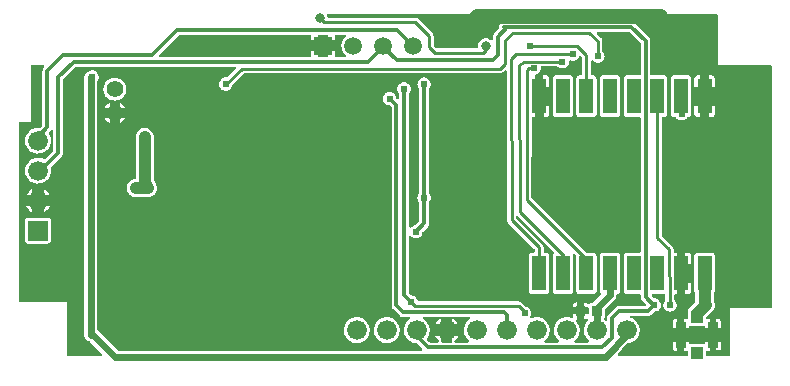
<source format=gbl>
G04 Layer: BottomLayer*
G04 EasyEDA v6.4.29, 2022-01-20 17:46:20*
G04 fb4b0ff46d504c98a6534b0bae3310fd,dc92750a051249c6af70c8c7d89aaf1b,10*
G04 Gerber Generator version 0.2*
G04 Scale: 100 percent, Rotated: No, Reflected: No *
G04 Dimensions in millimeters *
G04 leading zeros omitted , absolute positions ,4 integer and 5 decimal *
%FSLAX45Y45*%
%MOMM*%

%ADD10C,0.2540*%
%ADD11C,0.7620*%
%ADD12C,1.0160*%
%ADD17C,0.4064*%
%ADD18C,0.3048*%
%ADD19C,1.2700*%
%ADD20C,0.8128*%
%ADD21C,0.6096*%
%ADD46C,1.5080*%
%ADD47C,1.6764*%
%ADD48C,1.4224*%
%ADD49R,1.6764X1.6764*%
%ADD50R,1.1999X3.0000*%

%LPD*%
G36*
X1296873Y11879122D02*
G01*
X1292961Y11879884D01*
X1289659Y11882120D01*
X1287475Y11885371D01*
X1286713Y11889282D01*
X1287475Y11893194D01*
X1289659Y11896445D01*
X1457045Y12063831D01*
X1460347Y12066066D01*
X1464259Y12066828D01*
X2568346Y12066828D01*
X2572512Y12065965D01*
X2575915Y12063425D01*
X2578049Y12059767D01*
X2578455Y12055551D01*
X2577693Y12048794D01*
X2577693Y12018010D01*
X2634945Y12018010D01*
X2634945Y12056668D01*
X2635707Y12060580D01*
X2637891Y12063831D01*
X2641193Y12066066D01*
X2645105Y12066828D01*
X2712872Y12066828D01*
X2716784Y12066066D01*
X2720086Y12063831D01*
X2722270Y12060580D01*
X2723032Y12056668D01*
X2723032Y12018010D01*
X2780284Y12018010D01*
X2780284Y12048794D01*
X2779522Y12055551D01*
X2779979Y12059767D01*
X2782062Y12063425D01*
X2785465Y12065965D01*
X2789631Y12066828D01*
X2858516Y12066828D01*
X2862427Y12066066D01*
X2865729Y12063831D01*
X2867914Y12060478D01*
X2868676Y12056567D01*
X2867863Y12052655D01*
X2865577Y12049353D01*
X2857855Y12041886D01*
X2849473Y12031268D01*
X2842564Y12019635D01*
X2837332Y12007189D01*
X2833725Y11994134D01*
X2831947Y11980722D01*
X2831947Y11967210D01*
X2833725Y11953798D01*
X2837332Y11940743D01*
X2842564Y11928297D01*
X2849473Y11916664D01*
X2857855Y11906046D01*
X2867609Y11896598D01*
X2869895Y11893296D01*
X2870708Y11889384D01*
X2869996Y11885472D01*
X2867812Y11882120D01*
X2864459Y11879884D01*
X2860548Y11879122D01*
X2789123Y11879122D01*
X2785313Y11879834D01*
X2782112Y11881916D01*
X2779877Y11885066D01*
X2778963Y11888825D01*
X2780284Y11899138D01*
X2780284Y11929922D01*
X2723032Y11929922D01*
X2723032Y11889282D01*
X2722270Y11885371D01*
X2720086Y11882120D01*
X2716784Y11879884D01*
X2712872Y11879122D01*
X2645105Y11879122D01*
X2641193Y11879884D01*
X2637891Y11882120D01*
X2635707Y11885371D01*
X2634945Y11889282D01*
X2634945Y11929922D01*
X2577693Y11929922D01*
X2577693Y11899138D01*
X2579014Y11888825D01*
X2578100Y11885066D01*
X2575864Y11881916D01*
X2572664Y11879834D01*
X2568854Y11879122D01*
G37*

%LPD*%
G36*
X3584244Y9460128D02*
G01*
X3580333Y9460890D01*
X3577031Y9463125D01*
X3556762Y9483394D01*
X3554729Y9486290D01*
X3553815Y9489694D01*
X3554120Y9493199D01*
X3555644Y9496399D01*
X3563823Y9508083D01*
X3570325Y9520580D01*
X3575151Y9533788D01*
X3578301Y9547453D01*
X3579622Y9561474D01*
X3579215Y9575495D01*
X3576929Y9589414D01*
X3572967Y9602876D01*
X3567277Y9615728D01*
X3559962Y9627768D01*
X3551224Y9638741D01*
X3541115Y9648494D01*
X3529837Y9656927D01*
X3528263Y9657842D01*
X3524961Y9660788D01*
X3523234Y9664852D01*
X3523386Y9669272D01*
X3525418Y9673183D01*
X3528923Y9675876D01*
X3533241Y9676841D01*
X3660749Y9676841D01*
X3665067Y9675876D01*
X3668572Y9673183D01*
X3670604Y9669272D01*
X3670757Y9664852D01*
X3669029Y9660788D01*
X3665728Y9657842D01*
X3664153Y9656927D01*
X3652875Y9648494D01*
X3642766Y9638741D01*
X3634028Y9627768D01*
X3626713Y9615728D01*
X3625646Y9613239D01*
X3675735Y9613239D01*
X3675735Y9666681D01*
X3676497Y9670592D01*
X3678732Y9673844D01*
X3681984Y9676079D01*
X3685895Y9676841D01*
X3762095Y9676841D01*
X3766007Y9676079D01*
X3769258Y9673844D01*
X3771493Y9670592D01*
X3772255Y9666681D01*
X3772255Y9613239D01*
X3822344Y9613239D01*
X3821277Y9615728D01*
X3813962Y9627768D01*
X3805224Y9638741D01*
X3795115Y9648494D01*
X3783837Y9656927D01*
X3782263Y9657842D01*
X3778961Y9660788D01*
X3777234Y9664852D01*
X3777386Y9669272D01*
X3779418Y9673183D01*
X3782923Y9675876D01*
X3787241Y9676841D01*
X3914749Y9676841D01*
X3919067Y9675876D01*
X3922572Y9673183D01*
X3924604Y9669272D01*
X3924757Y9664852D01*
X3923029Y9660788D01*
X3919728Y9657842D01*
X3918153Y9656927D01*
X3906875Y9648494D01*
X3896766Y9638741D01*
X3888028Y9627768D01*
X3880713Y9615728D01*
X3875024Y9602876D01*
X3871061Y9589414D01*
X3868775Y9575495D01*
X3868369Y9561474D01*
X3869690Y9547453D01*
X3872839Y9533788D01*
X3877665Y9520580D01*
X3884168Y9508083D01*
X3892245Y9496602D01*
X3901694Y9486188D01*
X3911244Y9478010D01*
X3913784Y9474809D01*
X3914800Y9470847D01*
X3914190Y9466783D01*
X3912006Y9463278D01*
X3908653Y9460941D01*
X3904640Y9460128D01*
X3797350Y9460128D01*
X3793337Y9460941D01*
X3789984Y9463278D01*
X3787800Y9466783D01*
X3787190Y9470847D01*
X3788206Y9474809D01*
X3790746Y9478010D01*
X3800297Y9486188D01*
X3809746Y9496602D01*
X3817823Y9508083D01*
X3822293Y9516719D01*
X3772255Y9516719D01*
X3772255Y9470288D01*
X3771493Y9466376D01*
X3769258Y9463125D01*
X3766007Y9460890D01*
X3762095Y9460128D01*
X3685895Y9460128D01*
X3681984Y9460890D01*
X3678732Y9463125D01*
X3676497Y9466376D01*
X3675735Y9470288D01*
X3675735Y9516719D01*
X3625697Y9516719D01*
X3630168Y9508083D01*
X3638245Y9496602D01*
X3647694Y9486188D01*
X3657244Y9478010D01*
X3659784Y9474809D01*
X3660800Y9470847D01*
X3660190Y9466783D01*
X3658006Y9463278D01*
X3654653Y9460941D01*
X3650640Y9460128D01*
G37*

%LPD*%
G36*
X5181854Y9347200D02*
G01*
X5178094Y9347911D01*
X5174843Y9349994D01*
X5172608Y9353143D01*
X5171694Y9356902D01*
X5172252Y9360712D01*
X5174234Y9364065D01*
X5251602Y9452508D01*
X5254752Y9454946D01*
X5258612Y9455962D01*
X5262016Y9456166D01*
X5275834Y9458858D01*
X5289143Y9463278D01*
X5301843Y9469374D01*
X5313629Y9477044D01*
X5324297Y9486188D01*
X5333746Y9496602D01*
X5341823Y9508083D01*
X5348325Y9520580D01*
X5353151Y9533788D01*
X5356301Y9547453D01*
X5357622Y9561474D01*
X5357215Y9575495D01*
X5354929Y9589414D01*
X5350967Y9602876D01*
X5345277Y9615728D01*
X5337962Y9627768D01*
X5329224Y9638741D01*
X5319115Y9648494D01*
X5307838Y9656927D01*
X5295595Y9663836D01*
X5284622Y9668256D01*
X5281320Y9670440D01*
X5279085Y9673742D01*
X5278272Y9677654D01*
X5279034Y9681514D01*
X5281218Y9684867D01*
X5284520Y9687052D01*
X5288432Y9687814D01*
X5431485Y9687814D01*
X5440019Y9688677D01*
X5447741Y9691014D01*
X5454802Y9694824D01*
X5461457Y9700260D01*
X5481370Y9720173D01*
X5484266Y9722205D01*
X5487670Y9723120D01*
X5491784Y9723475D01*
X5501233Y9726015D01*
X5510174Y9730181D01*
X5518200Y9735820D01*
X5525160Y9742728D01*
X5530799Y9750806D01*
X5534914Y9759696D01*
X5537454Y9769195D01*
X5538317Y9778949D01*
X5537454Y9788753D01*
X5534914Y9798253D01*
X5530799Y9807143D01*
X5525160Y9815220D01*
X5518200Y9822129D01*
X5510174Y9827768D01*
X5501233Y9831933D01*
X5491784Y9834473D01*
X5481472Y9835388D01*
X5477967Y9836353D01*
X5475020Y9838486D01*
X5461203Y9852863D01*
X5459069Y9856216D01*
X5458409Y9860076D01*
X5459222Y9863886D01*
X5461406Y9867138D01*
X5464708Y9869322D01*
X5468569Y9870084D01*
X5563209Y9870084D01*
X5567070Y9869322D01*
X5570372Y9867138D01*
X5572556Y9863886D01*
X5573369Y9860076D01*
X5573928Y9821519D01*
X5573471Y9818420D01*
X5572099Y9815576D01*
X5566206Y9807143D01*
X5562041Y9798253D01*
X5559501Y9788753D01*
X5558637Y9778949D01*
X5559501Y9769195D01*
X5562041Y9759696D01*
X5566206Y9750806D01*
X5571845Y9742728D01*
X5578754Y9735820D01*
X5586831Y9730181D01*
X5595721Y9726015D01*
X5605221Y9723475D01*
X5615025Y9722612D01*
X5624779Y9723475D01*
X5634278Y9726015D01*
X5643168Y9730181D01*
X5651246Y9735820D01*
X5658154Y9742728D01*
X5663793Y9750806D01*
X5667959Y9759696D01*
X5670499Y9769195D01*
X5671362Y9778949D01*
X5670499Y9788753D01*
X5667959Y9798253D01*
X5663793Y9807143D01*
X5658154Y9815220D01*
X5654040Y9819284D01*
X5651906Y9822535D01*
X5651093Y9826345D01*
X5650636Y9859772D01*
X5651347Y9863683D01*
X5653532Y9867036D01*
X5656834Y9869271D01*
X5660796Y9870084D01*
X5670651Y9870084D01*
X5670651Y9964623D01*
X5659170Y9964623D01*
X5655310Y9965385D01*
X5652008Y9967569D01*
X5649823Y9970820D01*
X5649010Y9974630D01*
X5647029Y10117023D01*
X5647740Y10120934D01*
X5649925Y10124287D01*
X5653227Y10126522D01*
X5657189Y10127335D01*
X5670651Y10127335D01*
X5670651Y10221874D01*
X5655564Y10221874D01*
X5651703Y10222636D01*
X5648452Y10224820D01*
X5646216Y10228072D01*
X5645404Y10231882D01*
X5645150Y10249814D01*
X5644388Y10257231D01*
X5642152Y10264495D01*
X5638596Y10271150D01*
X5633466Y10277398D01*
X5548579Y10362285D01*
X5546394Y10365587D01*
X5545632Y10369499D01*
X5545632Y11359896D01*
X5546394Y11363807D01*
X5548579Y11367109D01*
X5551881Y11369294D01*
X5555792Y11370056D01*
X5566410Y11370056D01*
X5572760Y11370767D01*
X5578195Y11372697D01*
X5583123Y11375796D01*
X5587187Y11379860D01*
X5590286Y11384788D01*
X5592165Y11390223D01*
X5592927Y11396522D01*
X5592927Y11695430D01*
X5592165Y11701729D01*
X5590286Y11707164D01*
X5587187Y11712092D01*
X5583123Y11716156D01*
X5578195Y11719255D01*
X5572760Y11721185D01*
X5566410Y11721896D01*
X5459323Y11721896D01*
X5455412Y11722658D01*
X5452110Y11724843D01*
X5449925Y11728145D01*
X5449163Y11732056D01*
X5449163Y12015470D01*
X5448300Y12024004D01*
X5445963Y12031726D01*
X5442204Y12038736D01*
X5435955Y12046204D01*
X5314645Y12161520D01*
X5308904Y12166142D01*
X5301742Y12169952D01*
X5294020Y12172289D01*
X5285486Y12173102D01*
X4208475Y12173102D01*
X4199991Y12172289D01*
X4192270Y12169952D01*
X4185158Y12166142D01*
X4178909Y12161062D01*
X4173829Y12154814D01*
X4170019Y12147702D01*
X4167682Y12139980D01*
X4166870Y12131954D01*
X4167581Y12124994D01*
X4167022Y12120575D01*
X4164634Y12116816D01*
X4127246Y12079427D01*
X4121810Y12072823D01*
X4118051Y12065711D01*
X4115714Y12057989D01*
X4114850Y12049506D01*
X4114850Y12028271D01*
X4114139Y12024563D01*
X4112107Y12021362D01*
X4109059Y12019127D01*
X4105351Y12018162D01*
X4101592Y12018619D01*
X4098290Y12020397D01*
X4091787Y12025731D01*
X4082491Y12031065D01*
X4072483Y12034875D01*
X4062018Y12037009D01*
X4051300Y12037415D01*
X4040682Y12036145D01*
X4030421Y12033148D01*
X4020718Y12028576D01*
X4011929Y12022480D01*
X4004208Y12015063D01*
X3997756Y12006529D01*
X3992778Y11997029D01*
X3989425Y11986869D01*
X3987698Y11976303D01*
X3987647Y11959996D01*
X3985615Y11956135D01*
X3982110Y11953494D01*
X3977843Y11952579D01*
X3641191Y11952579D01*
X3637330Y11953341D01*
X3634028Y11955576D01*
X3615588Y11974017D01*
X3613353Y11977319D01*
X3612591Y11981180D01*
X3612591Y12058497D01*
X3611778Y12066524D01*
X3609594Y12073737D01*
X3606037Y12080392D01*
X3600907Y12086640D01*
X3487623Y12199924D01*
X3481425Y12205055D01*
X3474720Y12208611D01*
X3467506Y12210796D01*
X3459479Y12211558D01*
X2723591Y12211558D01*
X2719222Y12212574D01*
X2715717Y12215317D01*
X2713736Y12219330D01*
X2711043Y12230201D01*
X2710840Y12233859D01*
X2711907Y12237364D01*
X2714193Y12240260D01*
X2717292Y12242139D01*
X2720898Y12242800D01*
X6009640Y12242800D01*
X6013551Y12242038D01*
X6016802Y12239802D01*
X6019038Y12236551D01*
X6019800Y12232640D01*
X6019800Y11812016D01*
X6020816Y11811000D01*
X6466840Y11811000D01*
X6470751Y11810238D01*
X6474002Y11808002D01*
X6476238Y11804751D01*
X6477000Y11800840D01*
X6477000Y9763760D01*
X6476238Y9759848D01*
X6474002Y9756597D01*
X6470751Y9754362D01*
X6466840Y9753600D01*
X6122416Y9753600D01*
X6121400Y9752584D01*
X6121400Y9357360D01*
X6120638Y9353448D01*
X6118402Y9350197D01*
X6115151Y9347962D01*
X6111240Y9347200D01*
X5928055Y9347200D01*
X5924143Y9347962D01*
X5920841Y9350197D01*
X5918657Y9353448D01*
X5917895Y9357360D01*
X5917895Y9380169D01*
X5918606Y9383877D01*
X5920638Y9387128D01*
X5923737Y9389364D01*
X5927445Y9390278D01*
X5937554Y9389059D01*
X5951880Y9389059D01*
X5951880Y9463633D01*
X5911088Y9463633D01*
X5911088Y9459823D01*
X5910376Y9456115D01*
X5908294Y9452864D01*
X5905246Y9450628D01*
X5901537Y9449714D01*
X5891428Y9450882D01*
X5792571Y9450882D01*
X5782462Y9449714D01*
X5778754Y9450628D01*
X5775655Y9452864D01*
X5773623Y9456115D01*
X5772912Y9459823D01*
X5772912Y9463633D01*
X5732068Y9463633D01*
X5732068Y9389110D01*
X5746394Y9389110D01*
X5756554Y9390278D01*
X5760212Y9389364D01*
X5763310Y9387128D01*
X5765342Y9383877D01*
X5766054Y9380169D01*
X5766054Y9357360D01*
X5765292Y9353448D01*
X5763107Y9350197D01*
X5759805Y9347962D01*
X5755894Y9347200D01*
G37*

%LPC*%
G36*
X5847588Y11370056D02*
G01*
X5870651Y11370056D01*
X5870651Y11464645D01*
X5821121Y11464645D01*
X5821121Y11396522D01*
X5821832Y11390223D01*
X5823712Y11384788D01*
X5826810Y11379860D01*
X5830874Y11375796D01*
X5835802Y11372697D01*
X5841238Y11370767D01*
G37*
G36*
X5713018Y11342624D02*
G01*
X5722772Y11343487D01*
X5732272Y11346027D01*
X5741162Y11350193D01*
X5749239Y11355832D01*
X5756148Y11362740D01*
X5758230Y11365738D01*
X5761380Y11368633D01*
X5765495Y11370005D01*
X5772759Y11370767D01*
X5778195Y11372697D01*
X5783122Y11375796D01*
X5787186Y11379860D01*
X5790285Y11384788D01*
X5792165Y11390223D01*
X5792927Y11396522D01*
X5792927Y11695430D01*
X5792165Y11701729D01*
X5790285Y11707164D01*
X5787186Y11712092D01*
X5783122Y11716156D01*
X5778195Y11719255D01*
X5772759Y11721185D01*
X5766409Y11721896D01*
X5647588Y11721896D01*
X5641238Y11721185D01*
X5635802Y11719255D01*
X5630875Y11716156D01*
X5626811Y11712092D01*
X5623712Y11707164D01*
X5621832Y11701729D01*
X5621121Y11695430D01*
X5621121Y11396522D01*
X5621832Y11390223D01*
X5623712Y11384788D01*
X5626811Y11379860D01*
X5630875Y11375796D01*
X5635802Y11372697D01*
X5641238Y11370767D01*
X5647588Y11370056D01*
X5659424Y11370056D01*
X5662625Y11369548D01*
X5665470Y11368074D01*
X5667756Y11365738D01*
X5669838Y11362740D01*
X5676747Y11355832D01*
X5684824Y11350193D01*
X5693714Y11346027D01*
X5703214Y11343487D01*
G37*
G36*
X5743346Y10127335D02*
G01*
X5792927Y10127335D01*
X5792927Y10195407D01*
X5792165Y10201706D01*
X5790285Y10207193D01*
X5787186Y10212070D01*
X5783122Y10216184D01*
X5778195Y10219283D01*
X5772759Y10221163D01*
X5766409Y10221874D01*
X5743346Y10221874D01*
G37*
G36*
X5743346Y9870084D02*
G01*
X5766409Y9870084D01*
X5772759Y9870795D01*
X5778195Y9872675D01*
X5783122Y9875774D01*
X5787186Y9879888D01*
X5790285Y9884765D01*
X5792165Y9890252D01*
X5792927Y9896551D01*
X5792927Y9964623D01*
X5743346Y9964623D01*
G37*
G36*
X5636107Y9586366D02*
G01*
X5676900Y9586366D01*
X5676900Y9660890D01*
X5662574Y9660890D01*
X5656224Y9660178D01*
X5650788Y9658299D01*
X5645912Y9655200D01*
X5641797Y9651085D01*
X5638698Y9646208D01*
X5636818Y9640722D01*
X5636107Y9634423D01*
G37*
G36*
X5943346Y11370056D02*
G01*
X5966409Y11370056D01*
X5972759Y11370767D01*
X5978194Y11372697D01*
X5983122Y11375796D01*
X5987186Y11379860D01*
X5990285Y11384788D01*
X5992164Y11390223D01*
X5992926Y11396522D01*
X5992926Y11464645D01*
X5943346Y11464645D01*
G37*
G36*
X6007100Y9389059D02*
G01*
X6021425Y9389059D01*
X6027724Y9389770D01*
X6033211Y9391700D01*
X6038088Y9394799D01*
X6042202Y9398863D01*
X6045250Y9403791D01*
X6047181Y9409226D01*
X6047892Y9415576D01*
X6047892Y9463633D01*
X6007100Y9463633D01*
G37*
G36*
X5911088Y9586315D02*
G01*
X5951880Y9586315D01*
X5951880Y9660890D01*
X5937554Y9660890D01*
X5933744Y9660432D01*
X5929630Y9660839D01*
X5925972Y9662871D01*
X5923432Y9666122D01*
X5922467Y9670186D01*
X5923127Y9674250D01*
X5925413Y9677755D01*
X5972302Y9724644D01*
X5976315Y9728962D01*
X5979922Y9733432D01*
X5983122Y9738207D01*
X5986018Y9743135D01*
X5988507Y9748316D01*
X5990590Y9753650D01*
X5992266Y9759137D01*
X5993587Y9764725D01*
X5994400Y9770414D01*
X5994857Y9776155D01*
X5994857Y9781844D01*
X5994400Y9787585D01*
X5993587Y9793274D01*
X5992266Y9798862D01*
X5990590Y9804349D01*
X5988558Y9809530D01*
X5984849Y9816744D01*
X5983986Y9818979D01*
X5983732Y9821418D01*
X5983732Y9872167D01*
X5984494Y9876078D01*
X5990285Y9884765D01*
X5992164Y9890252D01*
X5992926Y9896551D01*
X5992926Y10195407D01*
X5992164Y10201706D01*
X5990285Y10207193D01*
X5987186Y10212070D01*
X5983122Y10216184D01*
X5978194Y10219283D01*
X5972759Y10221163D01*
X5966409Y10221874D01*
X5847588Y10221874D01*
X5841238Y10221163D01*
X5835802Y10219283D01*
X5830874Y10216184D01*
X5826810Y10212070D01*
X5823712Y10207193D01*
X5821832Y10201706D01*
X5821121Y10195407D01*
X5821121Y9896551D01*
X5821832Y9890252D01*
X5823712Y9884765D01*
X5829503Y9876078D01*
X5830316Y9872167D01*
X5830316Y9803790D01*
X5829503Y9799878D01*
X5827318Y9796576D01*
X5787745Y9757003D01*
X5784342Y9754768D01*
X5780989Y9753396D01*
X5775858Y9750196D01*
X5771794Y9746132D01*
X5768695Y9741204D01*
X5766765Y9735769D01*
X5766054Y9729419D01*
X5766003Y9712452D01*
X5765342Y9705441D01*
X5765292Y9677857D01*
X5765800Y9670694D01*
X5765139Y9666274D01*
X5762650Y9662566D01*
X5758840Y9660280D01*
X5754370Y9659874D01*
X5746343Y9660890D01*
X5732068Y9660890D01*
X5732068Y9586366D01*
X5772912Y9586366D01*
X5772912Y9590125D01*
X5773623Y9593884D01*
X5775655Y9597136D01*
X5778754Y9599371D01*
X5782462Y9600285D01*
X5792571Y9599066D01*
X5891428Y9599066D01*
X5901537Y9600285D01*
X5905246Y9599371D01*
X5908294Y9597136D01*
X5910376Y9593884D01*
X5911088Y9590176D01*
G37*
G36*
X6007100Y9586315D02*
G01*
X6047892Y9586315D01*
X6047892Y9634423D01*
X6047181Y9640722D01*
X6045250Y9646208D01*
X6042202Y9651085D01*
X6038088Y9655200D01*
X6033211Y9658248D01*
X6027724Y9660178D01*
X6021425Y9660890D01*
X6007100Y9660890D01*
G37*
G36*
X5821121Y11627307D02*
G01*
X5870651Y11627307D01*
X5870651Y11721896D01*
X5847588Y11721896D01*
X5841238Y11721185D01*
X5835802Y11719255D01*
X5830874Y11716156D01*
X5826810Y11712092D01*
X5823712Y11707164D01*
X5821832Y11701729D01*
X5821121Y11695430D01*
G37*
G36*
X5662574Y9389110D02*
G01*
X5676900Y9389110D01*
X5676900Y9463633D01*
X5636107Y9463633D01*
X5636107Y9415576D01*
X5636818Y9409277D01*
X5638698Y9403791D01*
X5641797Y9398914D01*
X5645912Y9394799D01*
X5650788Y9391700D01*
X5656224Y9389821D01*
G37*
G36*
X5943346Y11627307D02*
G01*
X5992926Y11627307D01*
X5992926Y11695430D01*
X5992164Y11701729D01*
X5990285Y11707164D01*
X5987186Y11712092D01*
X5983122Y11716156D01*
X5978194Y11719255D01*
X5972759Y11721185D01*
X5966409Y11721896D01*
X5943346Y11721896D01*
G37*

%LPD*%
G36*
X518159Y9347200D02*
G01*
X514248Y9347962D01*
X510997Y9350197D01*
X508762Y9353448D01*
X508000Y9357360D01*
X508000Y9803384D01*
X506984Y9804400D01*
X111760Y9804400D01*
X107848Y9805162D01*
X104597Y9807397D01*
X102362Y9810648D01*
X101600Y9814560D01*
X101600Y11318240D01*
X102362Y11322151D01*
X104597Y11325402D01*
X107848Y11327638D01*
X111760Y11328400D01*
X202184Y11328400D01*
X203200Y11329416D01*
X203200Y11800840D01*
X203962Y11804751D01*
X206197Y11808002D01*
X209448Y11810238D01*
X213360Y11811000D01*
X308305Y11811000D01*
X312216Y11810238D01*
X315518Y11808002D01*
X317703Y11804751D01*
X318465Y11800840D01*
X317703Y11796928D01*
X315518Y11793677D01*
X314248Y11792407D01*
X308813Y11785803D01*
X305054Y11778691D01*
X302717Y11770969D01*
X301853Y11762486D01*
X301853Y11302238D01*
X301091Y11298326D01*
X298856Y11295024D01*
X285343Y11281511D01*
X282803Y11279682D01*
X279755Y11278666D01*
X276555Y11278666D01*
X273507Y11279174D01*
X259486Y11279632D01*
X245465Y11278260D01*
X231800Y11275161D01*
X218592Y11270284D01*
X206095Y11263782D01*
X194614Y11255756D01*
X184200Y11246307D01*
X175056Y11235588D01*
X167386Y11223802D01*
X161290Y11211153D01*
X156870Y11197793D01*
X154178Y11184026D01*
X153263Y11169954D01*
X154178Y11155934D01*
X156870Y11142167D01*
X161290Y11128806D01*
X167386Y11116157D01*
X175056Y11104372D01*
X184200Y11093653D01*
X194614Y11084204D01*
X206095Y11076178D01*
X218592Y11069675D01*
X231800Y11064798D01*
X245465Y11061700D01*
X259486Y11060328D01*
X273507Y11060785D01*
X287426Y11063020D01*
X300888Y11067034D01*
X313740Y11072723D01*
X325780Y11079988D01*
X336753Y11088776D01*
X346506Y11098885D01*
X354939Y11110112D01*
X361848Y11122355D01*
X367131Y11135410D01*
X370687Y11149025D01*
X372465Y11162944D01*
X372465Y11177016D01*
X370687Y11190935D01*
X367131Y11204549D01*
X361848Y11217605D01*
X356971Y11226241D01*
X355701Y11230406D01*
X356260Y11234724D01*
X358648Y11238433D01*
X371754Y11251539D01*
X376834Y11257737D01*
X380034Y11260328D01*
X383997Y11261394D01*
X388112Y11260836D01*
X391617Y11258702D01*
X394004Y11255298D01*
X394868Y11251285D01*
X394868Y11088217D01*
X394055Y11084356D01*
X391871Y11081054D01*
X325780Y11014964D01*
X322427Y11012728D01*
X318465Y11012017D01*
X314502Y11012881D01*
X300888Y11018926D01*
X287426Y11022939D01*
X273507Y11025174D01*
X259486Y11025632D01*
X245465Y11024260D01*
X231800Y11021161D01*
X218592Y11016284D01*
X206095Y11009782D01*
X194614Y11001756D01*
X184200Y10992307D01*
X175056Y10981588D01*
X167386Y10969802D01*
X161290Y10957153D01*
X156870Y10943793D01*
X154178Y10930026D01*
X153263Y10915954D01*
X154178Y10901934D01*
X156870Y10888167D01*
X161290Y10874806D01*
X167386Y10862157D01*
X175056Y10850372D01*
X184200Y10839653D01*
X194614Y10830204D01*
X206095Y10822178D01*
X218592Y10815675D01*
X231800Y10810798D01*
X245465Y10807700D01*
X259486Y10806328D01*
X273507Y10806785D01*
X287426Y10809020D01*
X300888Y10813034D01*
X313740Y10818723D01*
X325780Y10825988D01*
X336753Y10834776D01*
X346506Y10844885D01*
X354939Y10856112D01*
X361848Y10868355D01*
X367131Y10881410D01*
X370687Y10895025D01*
X372465Y10908944D01*
X372465Y10923016D01*
X370535Y10937748D01*
X370636Y10940846D01*
X371602Y10943742D01*
X373430Y10946231D01*
X464718Y11037519D01*
X470154Y11044174D01*
X473964Y11051235D01*
X476300Y11058956D01*
X477164Y11067491D01*
X477164Y11685727D01*
X477926Y11689638D01*
X480110Y11692940D01*
X581050Y11793829D01*
X584352Y11796064D01*
X588264Y11796826D01*
X1927707Y11796826D01*
X1931619Y11796064D01*
X1934921Y11793829D01*
X1937105Y11790578D01*
X1937867Y11786666D01*
X1937105Y11782755D01*
X1934921Y11779504D01*
X1863496Y11708028D01*
X1859788Y11705691D01*
X1855419Y11705132D01*
X1853031Y11705336D01*
X1843227Y11704472D01*
X1833727Y11701932D01*
X1824837Y11697766D01*
X1816760Y11692128D01*
X1809851Y11685219D01*
X1804212Y11677142D01*
X1800047Y11668252D01*
X1797507Y11658752D01*
X1796643Y11648948D01*
X1797507Y11639194D01*
X1800047Y11629694D01*
X1804212Y11620804D01*
X1809851Y11612727D01*
X1816760Y11605818D01*
X1824837Y11600180D01*
X1833727Y11596014D01*
X1843227Y11593474D01*
X1853031Y11592610D01*
X1862785Y11593474D01*
X1872284Y11596014D01*
X1881174Y11600180D01*
X1889252Y11605818D01*
X1896160Y11612727D01*
X1901799Y11620804D01*
X1905965Y11629694D01*
X1908505Y11639194D01*
X1909521Y11644020D01*
X1911553Y11646916D01*
X2002028Y11737390D01*
X2005330Y11739575D01*
X2009190Y11740337D01*
X4174490Y11740337D01*
X4182516Y11741150D01*
X4189729Y11743334D01*
X4196435Y11746890D01*
X4202633Y11752021D01*
X4216146Y11765483D01*
X4219397Y11767718D01*
X4223308Y11768480D01*
X4227169Y11767718D01*
X4230471Y11765483D01*
X4232706Y11762181D01*
X4233468Y11758320D01*
X4234383Y10499445D01*
X4235196Y10491470D01*
X4237380Y10484256D01*
X4240936Y10477550D01*
X4246067Y10471353D01*
X4465421Y10251948D01*
X4467606Y10248646D01*
X4468418Y10244785D01*
X4468418Y10232034D01*
X4467606Y10228173D01*
X4465421Y10224871D01*
X4462119Y10222636D01*
X4458258Y10221874D01*
X4447590Y10221874D01*
X4441240Y10221163D01*
X4435805Y10219283D01*
X4430877Y10216184D01*
X4426813Y10212070D01*
X4423714Y10207193D01*
X4421835Y10201706D01*
X4421124Y10195407D01*
X4421124Y9896551D01*
X4421835Y9890252D01*
X4423714Y9884765D01*
X4426813Y9879888D01*
X4430877Y9875774D01*
X4435805Y9872675D01*
X4441240Y9870795D01*
X4447590Y9870084D01*
X4566412Y9870084D01*
X4572762Y9870795D01*
X4578197Y9872675D01*
X4583125Y9875774D01*
X4587189Y9879888D01*
X4590288Y9884765D01*
X4592167Y9890252D01*
X4592929Y9896551D01*
X4592929Y10195407D01*
X4592167Y10201706D01*
X4590288Y10207193D01*
X4587189Y10212070D01*
X4583125Y10216184D01*
X4578197Y10219283D01*
X4572762Y10221163D01*
X4566412Y10221874D01*
X4555794Y10221874D01*
X4551883Y10222636D01*
X4548581Y10224871D01*
X4546396Y10228173D01*
X4545634Y10232034D01*
X4545634Y10264495D01*
X4544822Y10272522D01*
X4542637Y10279735D01*
X4539081Y10286390D01*
X4533950Y10292638D01*
X4314545Y10512044D01*
X4312361Y10515295D01*
X4311599Y10519206D01*
X4311599Y10521289D01*
X4312361Y10525150D01*
X4314545Y10528452D01*
X4317847Y10530636D01*
X4321759Y10531449D01*
X4325620Y10530636D01*
X4328922Y10528452D01*
X4628845Y10228529D01*
X4631080Y10225227D01*
X4631842Y10221315D01*
X4631080Y10217454D01*
X4628845Y10214152D01*
X4626813Y10212070D01*
X4623714Y10207193D01*
X4621834Y10201706D01*
X4621123Y10195407D01*
X4621123Y9896551D01*
X4621834Y9890252D01*
X4623714Y9884765D01*
X4626813Y9879888D01*
X4630877Y9875774D01*
X4635804Y9872675D01*
X4641240Y9870795D01*
X4647590Y9870084D01*
X4766411Y9870084D01*
X4772761Y9870795D01*
X4778197Y9872675D01*
X4783124Y9875774D01*
X4787188Y9879888D01*
X4790287Y9884765D01*
X4792167Y9890252D01*
X4792929Y9896551D01*
X4792929Y10195407D01*
X4792472Y10199319D01*
X4792827Y10203434D01*
X4794859Y10207091D01*
X4798161Y10209580D01*
X4802174Y10210596D01*
X4806289Y10209885D01*
X4809744Y10207650D01*
X4818126Y10199268D01*
X4820310Y10195966D01*
X4821123Y10192054D01*
X4821123Y9896551D01*
X4821834Y9890252D01*
X4823714Y9884765D01*
X4826812Y9879888D01*
X4830876Y9875774D01*
X4835804Y9872675D01*
X4841240Y9870795D01*
X4847590Y9870084D01*
X4966411Y9870084D01*
X4972761Y9870795D01*
X4978196Y9872675D01*
X4983124Y9875774D01*
X4987188Y9879888D01*
X4990287Y9884765D01*
X4992166Y9890252D01*
X4992928Y9896551D01*
X4992928Y10195407D01*
X4992166Y10201706D01*
X4990287Y10207193D01*
X4987188Y10212070D01*
X4983124Y10216184D01*
X4978196Y10219283D01*
X4972761Y10221163D01*
X4966411Y10221874D01*
X4908905Y10221874D01*
X4904994Y10222636D01*
X4901692Y10224871D01*
X4444593Y10681970D01*
X4442409Y10685272D01*
X4441596Y10689183D01*
X4442206Y11359896D01*
X4443018Y11363807D01*
X4445203Y11367109D01*
X4448505Y11369294D01*
X4452366Y11370056D01*
X4470654Y11370056D01*
X4470654Y11464645D01*
X4452467Y11464645D01*
X4448606Y11465407D01*
X4445304Y11467592D01*
X4443069Y11470894D01*
X4442307Y11474805D01*
X4442460Y11617198D01*
X4443222Y11621058D01*
X4445457Y11624360D01*
X4448708Y11626545D01*
X4452620Y11627307D01*
X4470654Y11627307D01*
X4470654Y11720830D01*
X4471619Y11725148D01*
X4474260Y11728602D01*
X4478172Y11730634D01*
X4483252Y11732006D01*
X4492193Y11736171D01*
X4500219Y11741810D01*
X4507179Y11748719D01*
X4512818Y11756796D01*
X4516932Y11765686D01*
X4519472Y11775186D01*
X4520336Y11784939D01*
X4520031Y11788343D01*
X4520539Y11792458D01*
X4522673Y11796064D01*
X4526076Y11798503D01*
X4530191Y11799366D01*
X4658004Y11799366D01*
X4661865Y11798604D01*
X4665167Y11796369D01*
X4666742Y11794794D01*
X4674819Y11789156D01*
X4683709Y11785041D01*
X4693208Y11782501D01*
X4703013Y11781637D01*
X4712766Y11782501D01*
X4722266Y11785041D01*
X4731156Y11789156D01*
X4739233Y11794794D01*
X4746142Y11801754D01*
X4751781Y11809780D01*
X4755946Y11818721D01*
X4758486Y11828170D01*
X4759350Y11837974D01*
X4759604Y11843359D01*
X4761433Y11846814D01*
X4764379Y11849303D01*
X4768088Y11850522D01*
X4771948Y11850217D01*
X4782210Y11847474D01*
X4792014Y11846610D01*
X4801768Y11847474D01*
X4811268Y11850014D01*
X4820158Y11854180D01*
X4828235Y11859818D01*
X4835144Y11866727D01*
X4840782Y11874804D01*
X4844135Y11881967D01*
X4846421Y11885117D01*
X4849672Y11887149D01*
X4853533Y11887809D01*
X4857292Y11886996D01*
X4860544Y11884863D01*
X4865471Y11879884D01*
X4867656Y11876633D01*
X4868418Y11872722D01*
X4868722Y11732056D01*
X4867960Y11728196D01*
X4865776Y11724843D01*
X4862474Y11722658D01*
X4858562Y11721896D01*
X4847590Y11721896D01*
X4841240Y11721185D01*
X4835804Y11719255D01*
X4830876Y11716156D01*
X4826812Y11712092D01*
X4823714Y11707164D01*
X4821834Y11701729D01*
X4821123Y11695430D01*
X4821123Y11396522D01*
X4821834Y11390223D01*
X4823714Y11384788D01*
X4826812Y11379860D01*
X4830876Y11375796D01*
X4835804Y11372697D01*
X4841240Y11370767D01*
X4847590Y11370056D01*
X4966411Y11370056D01*
X4972761Y11370767D01*
X4978196Y11372697D01*
X4983124Y11375796D01*
X4987188Y11379860D01*
X4990287Y11384788D01*
X4992166Y11390223D01*
X4992928Y11396522D01*
X4992928Y11695430D01*
X4992166Y11701729D01*
X4990287Y11707164D01*
X4987188Y11712092D01*
X4983124Y11716156D01*
X4978196Y11719255D01*
X4972761Y11721185D01*
X4966411Y11721896D01*
X4956098Y11721896D01*
X4952238Y11722658D01*
X4948936Y11724843D01*
X4946751Y11728145D01*
X4945938Y11732006D01*
X4945735Y11840311D01*
X4946497Y11844172D01*
X4948682Y11847474D01*
X4951984Y11849709D01*
X4955895Y11850471D01*
X4959756Y11849709D01*
X4963058Y11847525D01*
X4967732Y11842800D01*
X4975809Y11837162D01*
X4984699Y11833047D01*
X4994198Y11830507D01*
X5004003Y11829643D01*
X5013756Y11830507D01*
X5023256Y11833047D01*
X5032146Y11837162D01*
X5040223Y11842800D01*
X5047132Y11849760D01*
X5052771Y11857786D01*
X5056936Y11866727D01*
X5059476Y11876176D01*
X5060340Y11885980D01*
X5059476Y11895785D01*
X5056936Y11905234D01*
X5052771Y11914174D01*
X5047132Y11922201D01*
X5045202Y11924131D01*
X5043017Y11927382D01*
X5042255Y11931243D01*
X5041595Y12012777D01*
X5040833Y12020499D01*
X5038598Y12027763D01*
X5035042Y12034418D01*
X5029911Y12040616D01*
X4997094Y12073483D01*
X4994859Y12076785D01*
X4994097Y12080646D01*
X4994859Y12084558D01*
X4997043Y12087860D01*
X5000345Y12090044D01*
X5004257Y12090806D01*
X5265470Y12090806D01*
X5269280Y12090095D01*
X5272481Y12088012D01*
X5363667Y12001347D01*
X5366004Y11997994D01*
X5366867Y11993981D01*
X5366867Y11732056D01*
X5366054Y11728145D01*
X5363870Y11724843D01*
X5360568Y11722658D01*
X5356707Y11721896D01*
X5247589Y11721896D01*
X5241239Y11721185D01*
X5235803Y11719255D01*
X5230876Y11716156D01*
X5226812Y11712092D01*
X5223713Y11707164D01*
X5221833Y11701729D01*
X5221122Y11695430D01*
X5221122Y11396522D01*
X5221833Y11390223D01*
X5223713Y11384788D01*
X5226812Y11379860D01*
X5230876Y11375796D01*
X5235803Y11372697D01*
X5241239Y11370767D01*
X5247589Y11370056D01*
X5356707Y11370056D01*
X5360568Y11369294D01*
X5363870Y11367109D01*
X5366054Y11363807D01*
X5366867Y11359896D01*
X5366867Y10232034D01*
X5366054Y10228173D01*
X5363870Y10224871D01*
X5360568Y10222636D01*
X5356707Y10221874D01*
X5247589Y10221874D01*
X5241239Y10221163D01*
X5235803Y10219283D01*
X5230876Y10216184D01*
X5226812Y10212070D01*
X5223713Y10207193D01*
X5221833Y10201706D01*
X5221122Y10195407D01*
X5221122Y9896551D01*
X5221833Y9890252D01*
X5223713Y9884765D01*
X5226812Y9879888D01*
X5230876Y9875774D01*
X5235803Y9872675D01*
X5241239Y9870795D01*
X5247589Y9870084D01*
X5356707Y9870084D01*
X5360568Y9869322D01*
X5363870Y9867087D01*
X5366054Y9863785D01*
X5366867Y9859924D01*
X5366867Y9849408D01*
X5367477Y9841890D01*
X5369661Y9834067D01*
X5373319Y9826904D01*
X5378602Y9820148D01*
X5410047Y9787331D01*
X5412181Y9784029D01*
X5412841Y9780168D01*
X5412028Y9776307D01*
X5409844Y9773056D01*
X5406542Y9770872D01*
X5402732Y9770110D01*
X5183479Y9770110D01*
X5174996Y9769297D01*
X5167274Y9766960D01*
X5160162Y9763150D01*
X5153558Y9757714D01*
X5094274Y9698431D01*
X5088839Y9691827D01*
X5085029Y9684715D01*
X5083200Y9678720D01*
X5081828Y9676180D01*
X5082235Y9672370D01*
X5081879Y9668510D01*
X5081879Y9656267D01*
X5080863Y9651949D01*
X5078120Y9648393D01*
X5074158Y9646412D01*
X5069687Y9646310D01*
X5065623Y9648139D01*
X5059680Y9652558D01*
X5057140Y9655302D01*
X5055768Y9658858D01*
X5055819Y9662617D01*
X5057190Y9666122D01*
X5060899Y9671964D01*
X5062524Y9676739D01*
X5063794Y9678822D01*
X5063490Y9683750D01*
X5063490Y9735566D01*
X5064252Y9739426D01*
X5066487Y9742728D01*
X5142687Y9818928D01*
X5146192Y9822789D01*
X5149189Y9826650D01*
X5151831Y9830816D01*
X5154066Y9835134D01*
X5155996Y9839756D01*
X5157419Y9844379D01*
X5158536Y9849256D01*
X5159146Y9854031D01*
X5159400Y9860584D01*
X5160162Y9864090D01*
X5162092Y9867087D01*
X5164937Y9869271D01*
X5168392Y9870287D01*
X5172760Y9870795D01*
X5178196Y9872675D01*
X5183124Y9875774D01*
X5187188Y9879888D01*
X5190286Y9884765D01*
X5192166Y9890252D01*
X5192928Y9896551D01*
X5192928Y10195407D01*
X5192166Y10201706D01*
X5190286Y10207193D01*
X5187188Y10212070D01*
X5183124Y10216184D01*
X5178196Y10219283D01*
X5172760Y10221163D01*
X5166410Y10221874D01*
X5047589Y10221874D01*
X5041239Y10221163D01*
X5035804Y10219283D01*
X5030876Y10216184D01*
X5026812Y10212070D01*
X5023713Y10207193D01*
X5021834Y10201706D01*
X5021122Y10195407D01*
X5021122Y9896551D01*
X5021834Y9890252D01*
X5023713Y9884765D01*
X5026812Y9879888D01*
X5028285Y9878364D01*
X5030470Y9875113D01*
X5031232Y9871202D01*
X5030470Y9867341D01*
X5028285Y9864039D01*
X4966360Y9802063D01*
X4963058Y9799878D01*
X4951831Y9798405D01*
X4946396Y9796475D01*
X4941468Y9793427D01*
X4937404Y9789312D01*
X4936185Y9787432D01*
X4933391Y9784486D01*
X4929632Y9782860D01*
X4925568Y9782860D01*
X4921808Y9784486D01*
X4919014Y9787432D01*
X4917795Y9789312D01*
X4913731Y9793427D01*
X4908804Y9796475D01*
X4903368Y9798405D01*
X4897018Y9799116D01*
X4883962Y9799116D01*
X4883962Y9757054D01*
X4921504Y9757054D01*
X4925415Y9756292D01*
X4928717Y9754057D01*
X4930902Y9750755D01*
X4931664Y9746894D01*
X4931664Y9709505D01*
X4930902Y9705644D01*
X4928717Y9702342D01*
X4925415Y9700107D01*
X4921504Y9699345D01*
X4883962Y9699345D01*
X4883962Y9657283D01*
X4897018Y9657283D01*
X4903368Y9657994D01*
X4905654Y9658807D01*
X4909515Y9659366D01*
X4913325Y9658400D01*
X4916474Y9656114D01*
X4918506Y9652812D01*
X4919167Y9648952D01*
X4918303Y9645142D01*
X4916068Y9641941D01*
X4912766Y9638741D01*
X4904028Y9627768D01*
X4896713Y9615728D01*
X4891024Y9602876D01*
X4887061Y9589414D01*
X4884775Y9575495D01*
X4884369Y9561474D01*
X4885690Y9547453D01*
X4888839Y9533788D01*
X4893665Y9520580D01*
X4900168Y9508083D01*
X4908245Y9496602D01*
X4917694Y9486188D01*
X4927244Y9478010D01*
X4929784Y9474809D01*
X4930800Y9470847D01*
X4930190Y9466783D01*
X4928006Y9463278D01*
X4924653Y9460941D01*
X4920640Y9460128D01*
X4813350Y9460128D01*
X4809337Y9460941D01*
X4805984Y9463278D01*
X4803800Y9466783D01*
X4803190Y9470847D01*
X4804206Y9474809D01*
X4806746Y9478010D01*
X4816297Y9486188D01*
X4825746Y9496602D01*
X4833823Y9508083D01*
X4840325Y9520580D01*
X4845151Y9533788D01*
X4848301Y9547453D01*
X4849622Y9561474D01*
X4849215Y9575495D01*
X4846929Y9589414D01*
X4842967Y9602876D01*
X4837277Y9615728D01*
X4829962Y9627768D01*
X4817821Y9643110D01*
X4817008Y9647021D01*
X4817719Y9650933D01*
X4819904Y9654286D01*
X4823206Y9656521D01*
X4827168Y9657283D01*
X4831232Y9657283D01*
X4831232Y9699345D01*
X4791710Y9699345D01*
X4791710Y9683750D01*
X4792319Y9678111D01*
X4791964Y9673945D01*
X4789932Y9670288D01*
X4786579Y9667748D01*
X4782515Y9666782D01*
X4778451Y9667544D01*
X4774590Y9669119D01*
X4760976Y9672675D01*
X4747006Y9674453D01*
X4732985Y9674453D01*
X4719015Y9672675D01*
X4705400Y9669119D01*
X4692396Y9663836D01*
X4680153Y9656927D01*
X4668875Y9648494D01*
X4658766Y9638741D01*
X4650028Y9627768D01*
X4642713Y9615728D01*
X4637024Y9602876D01*
X4633061Y9589414D01*
X4630775Y9575495D01*
X4630369Y9561474D01*
X4631690Y9547453D01*
X4634839Y9533788D01*
X4639665Y9520580D01*
X4646168Y9508083D01*
X4654245Y9496602D01*
X4663694Y9486188D01*
X4673244Y9478010D01*
X4675784Y9474809D01*
X4676800Y9470847D01*
X4676190Y9466783D01*
X4674006Y9463278D01*
X4670653Y9460941D01*
X4666640Y9460128D01*
X4559350Y9460128D01*
X4555337Y9460941D01*
X4551984Y9463278D01*
X4549800Y9466783D01*
X4549190Y9470847D01*
X4550206Y9474809D01*
X4552746Y9478010D01*
X4562297Y9486188D01*
X4571746Y9496602D01*
X4579823Y9508083D01*
X4586325Y9520580D01*
X4591151Y9533788D01*
X4594301Y9547453D01*
X4595622Y9561474D01*
X4595215Y9575495D01*
X4592929Y9589414D01*
X4588967Y9602876D01*
X4583277Y9615728D01*
X4575962Y9627768D01*
X4567224Y9638741D01*
X4557115Y9648494D01*
X4545838Y9656927D01*
X4533595Y9663836D01*
X4520590Y9669119D01*
X4506976Y9672675D01*
X4493006Y9674453D01*
X4478985Y9674453D01*
X4465015Y9672675D01*
X4451400Y9669119D01*
X4444441Y9666274D01*
X4440478Y9665563D01*
X4436567Y9666376D01*
X4433265Y9668713D01*
X4431131Y9672116D01*
X4430471Y9676079D01*
X4431436Y9679990D01*
X4435957Y9689693D01*
X4438497Y9699193D01*
X4439361Y9708946D01*
X4438497Y9718751D01*
X4435957Y9728250D01*
X4431792Y9737140D01*
X4426153Y9745218D01*
X4419244Y9752126D01*
X4411167Y9757765D01*
X4402277Y9761931D01*
X4394504Y9764014D01*
X4392066Y9765030D01*
X4389932Y9766655D01*
X4360621Y9795916D01*
X4354423Y9801047D01*
X4347718Y9804603D01*
X4340504Y9806787D01*
X4332478Y9807600D01*
X3489401Y9807600D01*
X3485083Y9808565D01*
X3481628Y9811207D01*
X3479596Y9815118D01*
X3477920Y9821265D01*
X3473805Y9830155D01*
X3468166Y9838232D01*
X3461207Y9845141D01*
X3453180Y9850780D01*
X3444240Y9854946D01*
X3434791Y9857486D01*
X3430676Y9857841D01*
X3427272Y9858756D01*
X3424377Y9860788D01*
X3407105Y9878060D01*
X3404920Y9881362D01*
X3404158Y9885222D01*
X3404158Y10353903D01*
X3404920Y10357815D01*
X3407105Y10361117D01*
X3410407Y10363301D01*
X3414318Y10364063D01*
X3418179Y10363301D01*
X3421481Y10361117D01*
X3426764Y10355834D01*
X3434791Y10350195D01*
X3443732Y10346029D01*
X3453180Y10343489D01*
X3462985Y10342626D01*
X3472789Y10343489D01*
X3482238Y10346029D01*
X3491179Y10350195D01*
X3499205Y10355834D01*
X3506165Y10362742D01*
X3511804Y10370820D01*
X3515918Y10379710D01*
X3518458Y10389209D01*
X3518814Y10393273D01*
X3519728Y10396677D01*
X3521760Y10399572D01*
X3563721Y10441533D01*
X3569157Y10448137D01*
X3572967Y10455249D01*
X3575304Y10462971D01*
X3576167Y10471454D01*
X3576167Y10648543D01*
X3576624Y10651591D01*
X3577996Y10654385D01*
X3581806Y10659821D01*
X3585921Y10668711D01*
X3588461Y10678210D01*
X3589324Y10687964D01*
X3588461Y10697768D01*
X3585921Y10707268D01*
X3581806Y10716158D01*
X3575964Y10724489D01*
X3574592Y10727232D01*
X3574135Y10730280D01*
X3574135Y11606682D01*
X3574592Y11609730D01*
X3575964Y11612473D01*
X3581806Y11620804D01*
X3585921Y11629694D01*
X3588461Y11639194D01*
X3589324Y11648948D01*
X3588461Y11658752D01*
X3585921Y11668252D01*
X3581806Y11677142D01*
X3576167Y11685219D01*
X3569208Y11692128D01*
X3561181Y11697766D01*
X3552240Y11701932D01*
X3542792Y11704472D01*
X3532987Y11705336D01*
X3523183Y11704472D01*
X3513734Y11701932D01*
X3504793Y11697766D01*
X3496767Y11692128D01*
X3489807Y11685219D01*
X3484168Y11677142D01*
X3480054Y11668252D01*
X3477514Y11658752D01*
X3476650Y11648948D01*
X3477514Y11639194D01*
X3480054Y11629694D01*
X3484168Y11620804D01*
X3490010Y11612473D01*
X3491382Y11609730D01*
X3491839Y11606682D01*
X3491839Y10730280D01*
X3491382Y10727232D01*
X3490010Y10724489D01*
X3484168Y10716158D01*
X3480054Y10707268D01*
X3477514Y10697768D01*
X3476650Y10687964D01*
X3477514Y10678210D01*
X3480054Y10668711D01*
X3484168Y10659821D01*
X3493058Y10647426D01*
X3493871Y10643514D01*
X3493871Y10492232D01*
X3493058Y10488320D01*
X3490874Y10485069D01*
X3463594Y10457789D01*
X3460699Y10455757D01*
X3457295Y10454843D01*
X3453180Y10454487D01*
X3443732Y10451947D01*
X3434791Y10447782D01*
X3426764Y10442143D01*
X3421481Y10436860D01*
X3418179Y10434675D01*
X3414318Y10433913D01*
X3410407Y10434675D01*
X3407105Y10436860D01*
X3404920Y10440162D01*
X3404158Y10444073D01*
X3404158Y11566652D01*
X3404615Y11569700D01*
X3405987Y11572494D01*
X3411778Y11580774D01*
X3415944Y11589715D01*
X3418484Y11599164D01*
X3419348Y11608968D01*
X3418484Y11618772D01*
X3415944Y11628221D01*
X3411778Y11637162D01*
X3406140Y11645188D01*
X3399231Y11652148D01*
X3391154Y11657787D01*
X3382264Y11661902D01*
X3372764Y11664442D01*
X3363010Y11665305D01*
X3353206Y11664442D01*
X3343706Y11661902D01*
X3334816Y11657787D01*
X3326739Y11652148D01*
X3319830Y11645188D01*
X3314192Y11637162D01*
X3310026Y11628221D01*
X3307486Y11618772D01*
X3306622Y11608968D01*
X3307486Y11599164D01*
X3310026Y11589715D01*
X3314192Y11580774D01*
X3319983Y11572494D01*
X3321354Y11569700D01*
X3321862Y11566652D01*
X3321862Y11527840D01*
X3321050Y11523980D01*
X3318865Y11520678D01*
X3315563Y11518493D01*
X3311702Y11517680D01*
X3307791Y11518493D01*
X3304489Y11520678D01*
X3299764Y11525402D01*
X3297732Y11528298D01*
X3296818Y11531701D01*
X3296462Y11535765D01*
X3293922Y11545265D01*
X3289808Y11554155D01*
X3284169Y11562232D01*
X3277209Y11569141D01*
X3269183Y11574780D01*
X3260242Y11578945D01*
X3250793Y11581485D01*
X3240989Y11582349D01*
X3231184Y11581485D01*
X3221736Y11578945D01*
X3212795Y11574780D01*
X3204768Y11569141D01*
X3197809Y11562232D01*
X3192170Y11554155D01*
X3188055Y11545265D01*
X3185515Y11535765D01*
X3184652Y11525961D01*
X3185515Y11516207D01*
X3188055Y11506708D01*
X3192170Y11497818D01*
X3197809Y11489740D01*
X3204768Y11482832D01*
X3212795Y11477193D01*
X3221736Y11473027D01*
X3231184Y11470487D01*
X3235299Y11470132D01*
X3238703Y11469217D01*
X3241598Y11467185D01*
X3254857Y11453926D01*
X3257092Y11450624D01*
X3257854Y11446713D01*
X3257854Y9774478D01*
X3258718Y9765944D01*
X3261055Y9758222D01*
X3264814Y9751161D01*
X3270250Y9744506D01*
X3325520Y9689236D01*
X3332175Y9683800D01*
X3339236Y9680041D01*
X3346958Y9677704D01*
X3355492Y9676841D01*
X3406749Y9676841D01*
X3411067Y9675876D01*
X3414572Y9673183D01*
X3416604Y9669272D01*
X3416757Y9664852D01*
X3415029Y9660788D01*
X3411728Y9657842D01*
X3410153Y9656927D01*
X3398875Y9648494D01*
X3388766Y9638741D01*
X3380028Y9627768D01*
X3372713Y9615728D01*
X3367024Y9602876D01*
X3363061Y9589414D01*
X3360775Y9575495D01*
X3360369Y9561474D01*
X3361690Y9547453D01*
X3364839Y9533788D01*
X3369665Y9520580D01*
X3376168Y9508083D01*
X3384245Y9496602D01*
X3393694Y9486188D01*
X3404362Y9477044D01*
X3416147Y9469374D01*
X3428847Y9463278D01*
X3442157Y9458858D01*
X3455974Y9456166D01*
X3464560Y9455607D01*
X3468115Y9454743D01*
X3471113Y9452660D01*
X3516071Y9407702D01*
X3518255Y9404451D01*
X3519017Y9400540D01*
X3518255Y9396628D01*
X3516071Y9393377D01*
X3512769Y9391142D01*
X3508857Y9390380D01*
X945591Y9390380D01*
X941679Y9391142D01*
X938377Y9393377D01*
X770585Y9561169D01*
X768350Y9564471D01*
X767588Y9568383D01*
X767588Y11671554D01*
X768045Y11674602D01*
X769416Y11677396D01*
X771804Y11680799D01*
X775970Y11689689D01*
X778510Y11699189D01*
X779373Y11708942D01*
X778510Y11718747D01*
X775970Y11728246D01*
X771804Y11737136D01*
X766165Y11745214D01*
X759256Y11752122D01*
X751179Y11757761D01*
X742289Y11761927D01*
X732790Y11764467D01*
X723036Y11765330D01*
X713232Y11764467D01*
X703732Y11761927D01*
X698754Y11759742D01*
X691946Y11757914D01*
X683006Y11753799D01*
X674979Y11748160D01*
X668020Y11741200D01*
X662381Y11733174D01*
X658266Y11724233D01*
X655726Y11714784D01*
X654812Y11704523D01*
X654812Y9525457D01*
X655726Y9515195D01*
X658266Y9505746D01*
X662381Y9496806D01*
X668020Y9488779D01*
X674979Y9481820D01*
X683006Y9476181D01*
X691946Y9472066D01*
X700582Y9469729D01*
X703072Y9468713D01*
X705154Y9467088D01*
X807720Y9364522D01*
X809904Y9361271D01*
X810666Y9357360D01*
X809904Y9353448D01*
X807720Y9350197D01*
X804418Y9347962D01*
X800506Y9347200D01*
G37*

%LPC*%
G36*
X164693Y10710214D02*
G01*
X214731Y10710214D01*
X214731Y10760303D01*
X206095Y10755782D01*
X194614Y10747756D01*
X184200Y10738307D01*
X175056Y10727588D01*
X167386Y10715802D01*
G37*
G36*
X4543348Y11627307D02*
G01*
X4592929Y11627307D01*
X4592929Y11695430D01*
X4592167Y11701729D01*
X4590288Y11707164D01*
X4587189Y11712092D01*
X4583125Y11716156D01*
X4578197Y11719255D01*
X4572762Y11721185D01*
X4566412Y11721896D01*
X4543348Y11721896D01*
G37*
G36*
X2961995Y9455251D02*
G01*
X2976016Y9456166D01*
X2989834Y9458858D01*
X3003143Y9463278D01*
X3015843Y9469374D01*
X3027629Y9477044D01*
X3038297Y9486188D01*
X3047746Y9496602D01*
X3055823Y9508083D01*
X3062325Y9520580D01*
X3067151Y9533788D01*
X3070301Y9547453D01*
X3071622Y9561474D01*
X3071215Y9575495D01*
X3068929Y9589414D01*
X3064967Y9602876D01*
X3059277Y9615728D01*
X3051962Y9627768D01*
X3043224Y9638741D01*
X3033115Y9648494D01*
X3021838Y9656927D01*
X3009595Y9663836D01*
X2996590Y9669119D01*
X2982976Y9672675D01*
X2969006Y9674453D01*
X2954985Y9674453D01*
X2941015Y9672675D01*
X2927400Y9669119D01*
X2914396Y9663836D01*
X2902153Y9656927D01*
X2890875Y9648494D01*
X2880766Y9638741D01*
X2872028Y9627768D01*
X2864713Y9615728D01*
X2859024Y9602876D01*
X2855061Y9589414D01*
X2852775Y9575495D01*
X2852369Y9561474D01*
X2853690Y9547453D01*
X2856839Y9533788D01*
X2861665Y9520580D01*
X2868168Y9508083D01*
X2876245Y9496602D01*
X2885694Y9486188D01*
X2896362Y9477044D01*
X2908147Y9469374D01*
X2920847Y9463278D01*
X2934157Y9458858D01*
X2947974Y9456166D01*
G37*
G36*
X3215995Y9455251D02*
G01*
X3230016Y9456166D01*
X3243834Y9458858D01*
X3257143Y9463278D01*
X3269843Y9469374D01*
X3281629Y9477044D01*
X3292297Y9486188D01*
X3301746Y9496602D01*
X3309823Y9508083D01*
X3316325Y9520580D01*
X3321151Y9533788D01*
X3324301Y9547453D01*
X3325622Y9561474D01*
X3325215Y9575495D01*
X3322929Y9589414D01*
X3318967Y9602876D01*
X3313277Y9615728D01*
X3305962Y9627768D01*
X3297224Y9638741D01*
X3287115Y9648494D01*
X3275838Y9656927D01*
X3263595Y9663836D01*
X3250590Y9669119D01*
X3236976Y9672675D01*
X3223006Y9674453D01*
X3208985Y9674453D01*
X3195015Y9672675D01*
X3181400Y9669119D01*
X3168396Y9663836D01*
X3156153Y9656927D01*
X3144875Y9648494D01*
X3134766Y9638741D01*
X3126028Y9627768D01*
X3118713Y9615728D01*
X3113024Y9602876D01*
X3109061Y9589414D01*
X3106775Y9575495D01*
X3106369Y9561474D01*
X3107690Y9547453D01*
X3110839Y9533788D01*
X3115665Y9520580D01*
X3122168Y9508083D01*
X3130245Y9496602D01*
X3139694Y9486188D01*
X3150362Y9477044D01*
X3162147Y9469374D01*
X3174847Y9463278D01*
X3188157Y9458858D01*
X3201974Y9456166D01*
G37*
G36*
X914400Y11509197D02*
G01*
X927608Y11510111D01*
X940562Y11512804D01*
X942746Y11513566D01*
X946200Y11514074D01*
X948944Y11515750D01*
X953058Y11517223D01*
X964793Y11523319D01*
X975614Y11530939D01*
X985316Y11539982D01*
X993648Y11550243D01*
X1000506Y11561572D01*
X1005789Y11573713D01*
X1009396Y11586464D01*
X1011174Y11599570D01*
X1011174Y11612829D01*
X1009396Y11625935D01*
X1005789Y11638686D01*
X1000506Y11650827D01*
X993648Y11662156D01*
X985316Y11672417D01*
X975614Y11681460D01*
X964793Y11689080D01*
X953058Y11695176D01*
X940562Y11699595D01*
X927608Y11702288D01*
X914400Y11703202D01*
X901192Y11702288D01*
X888237Y11699595D01*
X875741Y11695176D01*
X864006Y11689080D01*
X853186Y11681460D01*
X843483Y11672417D01*
X835152Y11662156D01*
X828294Y11650827D01*
X823010Y11638686D01*
X819403Y11625935D01*
X817625Y11612829D01*
X817625Y11599570D01*
X819403Y11586464D01*
X823010Y11573713D01*
X828294Y11561572D01*
X835152Y11550243D01*
X843483Y11539982D01*
X853186Y11530939D01*
X864006Y11523319D01*
X875741Y11517223D01*
X879856Y11515750D01*
X882599Y11514074D01*
X886053Y11513566D01*
X888237Y11512804D01*
X901192Y11510111D01*
G37*
G36*
X956310Y11448084D02*
G01*
X1001725Y11448084D01*
X1000506Y11450828D01*
X993648Y11462156D01*
X985316Y11472418D01*
X975614Y11481460D01*
X964793Y11489080D01*
X956310Y11493500D01*
G37*
G36*
X827074Y11448084D02*
G01*
X872490Y11448084D01*
X872490Y11493500D01*
X864006Y11489080D01*
X853186Y11481460D01*
X843483Y11472418D01*
X835152Y11462156D01*
X828294Y11450828D01*
G37*
G36*
X4647590Y11370056D02*
G01*
X4766411Y11370056D01*
X4772761Y11370767D01*
X4778197Y11372697D01*
X4783124Y11375796D01*
X4787188Y11379860D01*
X4790287Y11384788D01*
X4792167Y11390223D01*
X4792929Y11396522D01*
X4792929Y11695430D01*
X4792167Y11701729D01*
X4790287Y11707164D01*
X4787188Y11712092D01*
X4783124Y11716156D01*
X4778197Y11719255D01*
X4772761Y11721185D01*
X4766411Y11721896D01*
X4647590Y11721896D01*
X4641240Y11721185D01*
X4635804Y11719255D01*
X4630877Y11716156D01*
X4626813Y11712092D01*
X4623714Y11707164D01*
X4621834Y11701729D01*
X4621123Y11695430D01*
X4621123Y11396522D01*
X4621834Y11390223D01*
X4623714Y11384788D01*
X4626813Y11379860D01*
X4630877Y11375796D01*
X4635804Y11372697D01*
X4641240Y11370767D01*
G37*
G36*
X4791710Y9757054D02*
G01*
X4831232Y9757054D01*
X4831232Y9799116D01*
X4818176Y9799116D01*
X4811826Y9798405D01*
X4806391Y9796475D01*
X4801514Y9793427D01*
X4797399Y9789312D01*
X4794300Y9784435D01*
X4792421Y9778949D01*
X4791710Y9772650D01*
G37*
G36*
X5047589Y11370056D02*
G01*
X5166410Y11370056D01*
X5172760Y11370767D01*
X5178196Y11372697D01*
X5183124Y11375796D01*
X5187188Y11379860D01*
X5190286Y11384788D01*
X5192166Y11390223D01*
X5192928Y11396522D01*
X5192928Y11695430D01*
X5192166Y11701729D01*
X5190286Y11707164D01*
X5187188Y11712092D01*
X5183124Y11716156D01*
X5178196Y11719255D01*
X5172760Y11721185D01*
X5166410Y11721896D01*
X5047589Y11721896D01*
X5041239Y11721185D01*
X5035804Y11719255D01*
X5030876Y11716156D01*
X5026812Y11712092D01*
X5023713Y11707164D01*
X5021834Y11701729D01*
X5021122Y11695430D01*
X5021122Y11396522D01*
X5021834Y11390223D01*
X5023713Y11384788D01*
X5026812Y11379860D01*
X5030876Y11375796D01*
X5035804Y11372697D01*
X5041239Y11370767D01*
G37*
G36*
X4543348Y11370056D02*
G01*
X4566412Y11370056D01*
X4572762Y11370767D01*
X4578197Y11372697D01*
X4583125Y11375796D01*
X4587189Y11379860D01*
X4590288Y11384788D01*
X4592167Y11390223D01*
X4592929Y11396522D01*
X4592929Y11464645D01*
X4543348Y11464645D01*
G37*
G36*
X179730Y10298226D02*
G01*
X346252Y10298226D01*
X352552Y10298988D01*
X358038Y10300868D01*
X362915Y10303967D01*
X367030Y10308031D01*
X370078Y10312958D01*
X372008Y10318394D01*
X372719Y10324744D01*
X372719Y10491216D01*
X372008Y10497566D01*
X370078Y10503001D01*
X367030Y10507929D01*
X362915Y10511993D01*
X358038Y10515092D01*
X352552Y10516971D01*
X346252Y10517682D01*
X179730Y10517682D01*
X173431Y10516971D01*
X167944Y10515092D01*
X163068Y10511993D01*
X158953Y10507929D01*
X155905Y10503001D01*
X153974Y10497566D01*
X153263Y10491216D01*
X153263Y10324744D01*
X153974Y10318394D01*
X155905Y10312958D01*
X158953Y10308031D01*
X163068Y10303967D01*
X167944Y10300868D01*
X173431Y10298988D01*
G37*
G36*
X872490Y11318900D02*
G01*
X872490Y11364264D01*
X827074Y11364264D01*
X828294Y11361572D01*
X835152Y11350244D01*
X843483Y11339982D01*
X853186Y11330940D01*
X864006Y11323320D01*
G37*
G36*
X311251Y10563606D02*
G01*
X313740Y10564723D01*
X325780Y10571988D01*
X336753Y10580776D01*
X346506Y10590885D01*
X354939Y10602112D01*
X361442Y10613694D01*
X311251Y10613694D01*
G37*
G36*
X214731Y10563656D02*
G01*
X214731Y10613694D01*
X164693Y10613694D01*
X167386Y10608157D01*
X175056Y10596372D01*
X184200Y10585653D01*
X194614Y10576204D01*
X206095Y10568178D01*
G37*
G36*
X1092555Y10692892D02*
G01*
X1193596Y10692892D01*
X1200759Y10693196D01*
X1205179Y10693755D01*
X1212037Y10695076D01*
X1216355Y10696295D01*
X1222959Y10698632D01*
X1227023Y10700461D01*
X1233220Y10703814D01*
X1236929Y10706201D01*
X1242568Y10710418D01*
X1245920Y10713313D01*
X1250848Y10718342D01*
X1253744Y10721695D01*
X1257858Y10727385D01*
X1260195Y10731195D01*
X1263446Y10737443D01*
X1265174Y10741507D01*
X1267460Y10748162D01*
X1268577Y10752480D01*
X1269796Y10759389D01*
X1270304Y10763808D01*
X1270508Y10770819D01*
X1270304Y10775238D01*
X1269441Y10782249D01*
X1268577Y10786618D01*
X1266748Y10793374D01*
X1265224Y10797540D01*
X1262329Y10804093D01*
X1246174Y10836351D01*
X1245108Y10840923D01*
X1245108Y11201044D01*
X1244244Y11212830D01*
X1241653Y11224006D01*
X1237488Y11234674D01*
X1231747Y11244580D01*
X1224584Y11253571D01*
X1216202Y11261344D01*
X1206754Y11267795D01*
X1196390Y11272774D01*
X1185468Y11276177D01*
X1174140Y11277854D01*
X1162659Y11277854D01*
X1151331Y11276177D01*
X1140409Y11272774D01*
X1130046Y11267795D01*
X1120597Y11261344D01*
X1112215Y11253571D01*
X1105052Y11244580D01*
X1099312Y11234674D01*
X1095146Y11224006D01*
X1092555Y11212830D01*
X1091692Y11201044D01*
X1091692Y10855655D01*
X1090980Y10851946D01*
X1088999Y10848746D01*
X1085951Y10846511D01*
X1069594Y10842853D01*
X1058926Y10838688D01*
X1049020Y10832947D01*
X1040028Y10825784D01*
X1032256Y10817402D01*
X1025804Y10807954D01*
X1020826Y10797590D01*
X1017422Y10786668D01*
X1015746Y10775340D01*
X1015746Y10763859D01*
X1017422Y10752531D01*
X1020826Y10741609D01*
X1025804Y10731246D01*
X1032256Y10721797D01*
X1040028Y10713415D01*
X1049020Y10706252D01*
X1058926Y10700512D01*
X1069594Y10696346D01*
X1080770Y10693755D01*
G37*
G36*
X956310Y11318900D02*
G01*
X964793Y11323320D01*
X975614Y11330940D01*
X985316Y11339982D01*
X993648Y11350244D01*
X1000506Y11361572D01*
X1001725Y11364264D01*
X956310Y11364264D01*
G37*
G36*
X311251Y10710214D02*
G01*
X361442Y10710214D01*
X354939Y10721848D01*
X346506Y10733074D01*
X336753Y10743184D01*
X325780Y10751972D01*
X313740Y10759236D01*
X311251Y10760354D01*
G37*

%LPD*%
D11*
X4507001Y11545976D02*
G01*
X4507001Y11240998D01*
X4749800Y10998200D01*
D21*
X4993640Y9565640D02*
G01*
X4993640Y9724237D01*
X4997602Y9728200D01*
X4997602Y9753600D01*
X5102987Y9858984D01*
X5102860Y10041991D01*
X5107940Y10045700D01*
D12*
X1092200Y10769600D02*
G01*
X1193800Y10769600D01*
X1168400Y10820400D01*
X1168400Y11112256D01*
X1168400Y11112256D02*
G01*
X1168400Y11201400D01*
D21*
X711200Y9525000D02*
G01*
X711200Y11704980D01*
X5247995Y9564979D02*
G01*
X5247995Y9533991D01*
X5072989Y9333992D01*
X918006Y9333992D01*
X723011Y9528987D01*
D18*
X3437991Y11973966D02*
G01*
X3437001Y11973966D01*
X3302990Y12107976D01*
X1442999Y12107976D01*
X1232992Y11897969D01*
X478002Y11897969D01*
X343001Y11762968D01*
X343001Y11280978D01*
X272008Y11209985D01*
X272008Y11208969D01*
D12*
X5841982Y9677501D02*
G01*
X5841982Y9702782D01*
X5918200Y9779000D01*
X5906998Y9790201D01*
X5906998Y10045979D01*
D10*
X5706999Y10045979D02*
G01*
X5706999Y9814991D01*
X5740984Y9778974D01*
D19*
X5586984Y12100966D02*
G01*
X5586984Y12165965D01*
X5540984Y12211964D01*
X5536996Y12211964D01*
X5527979Y12220981D01*
X3976979Y12220981D01*
X3913987Y12157964D01*
X3913987Y12019965D01*
D18*
X3462985Y10398988D02*
G01*
X3534994Y10470972D01*
X3534994Y10685983D01*
X3532987Y10687989D01*
X3532987Y11648973D01*
D10*
X5308600Y11455400D02*
G01*
X5306999Y11457000D01*
X5306999Y11545976D01*
X5105400Y11455400D02*
G01*
X5105400Y11544376D01*
X5107000Y11545976D01*
D18*
X4907000Y11545976D02*
G01*
X4907000Y11433987D01*
X4907991Y11434978D01*
D10*
X4907991Y11434978D02*
G01*
X4907000Y11892965D01*
X4826990Y11972975D01*
X4426991Y11972975D01*
X4702987Y11428984D02*
G01*
X4702987Y11549989D01*
X4702987Y11638965D01*
X4702987Y11549989D02*
G01*
X4707001Y11545976D01*
X5506999Y11545976D02*
G01*
X5506999Y10349280D01*
X5606542Y10249738D01*
X5612993Y9788982D01*
X5615000Y9778974D01*
D18*
X3469995Y9564979D02*
G01*
X3469995Y9511969D01*
X3562985Y9418980D01*
X5042992Y9418980D01*
X5123002Y9498990D01*
X5123002Y9668992D01*
X5182997Y9728987D01*
X5431993Y9728987D01*
X5481980Y9778974D01*
X5474995Y9778974D01*
X5407990Y9848977D01*
X5407990Y12015978D01*
X5285994Y12131979D01*
X4237990Y12131979D01*
X4155998Y12049988D01*
X4155998Y11891975D01*
X4112996Y11848973D01*
X3302990Y11848973D01*
X3186988Y11964974D01*
X3186988Y11973966D01*
X3186988Y11963984D01*
X3061004Y11837974D01*
X567004Y11837974D01*
X435991Y11706987D01*
X435991Y11066983D01*
X284988Y10915980D01*
X262991Y10915980D01*
D17*
X270002Y10918977D02*
G01*
X262991Y10915980D01*
D18*
X4207992Y12131979D02*
G01*
X4237990Y12131979D01*
D17*
X3440988Y11973966D02*
G01*
X3437991Y11973966D01*
D18*
X3362985Y11608968D02*
G01*
X3362985Y9863988D01*
X3424986Y9801987D01*
D10*
X262991Y11169980D02*
G01*
X262991Y11199977D01*
X4382998Y9708972D02*
G01*
X4382998Y9718979D01*
X4332986Y9768992D01*
X3457981Y9768992D01*
X3424986Y9801987D01*
D18*
X259003Y11173968D02*
G01*
X262991Y11169980D01*
D20*
X272008Y11208969D02*
G01*
X272008Y11178971D01*
X262991Y11169980D01*
D10*
X4463999Y11784965D02*
G01*
X4423994Y11785981D01*
X4403979Y11765965D01*
X4402988Y10668990D01*
X4902987Y10168991D01*
X4902987Y10049967D01*
X4907000Y10045979D01*
D18*
X3240989Y11525986D02*
G01*
X3299002Y11467973D01*
X3299002Y9773970D01*
X3354984Y9717989D01*
X4209999Y9717989D01*
X4236999Y9690989D01*
X4236999Y9569983D01*
X4231995Y9564979D01*
X4707001Y10045979D02*
G01*
X4707001Y10202976D01*
D10*
X4707001Y10202976D02*
G01*
X4707001Y10204983D01*
X4342993Y10568990D01*
X4335983Y11807977D01*
X4375988Y11837974D01*
X4702987Y11837974D01*
X4791989Y11902973D02*
G01*
X4311980Y11902973D01*
X4272000Y11862968D01*
X4272991Y10498988D01*
X4507001Y10264978D01*
X4507001Y10045979D01*
X1853006Y11648973D02*
G01*
X1859000Y11648973D01*
X1988997Y11778970D01*
X4174998Y11778970D01*
X4218000Y11821972D01*
X4218000Y12017984D01*
X4284980Y12084964D01*
X4930978Y12084964D01*
X5002987Y12012980D01*
X5003977Y11885980D01*
X5706999Y11545976D02*
G01*
X5706999Y11404981D01*
X5712993Y11398986D01*
X4053992Y11970969D02*
G01*
X4053992Y11933986D01*
X4034002Y11913971D01*
X3620998Y11913971D01*
X3573983Y11960987D01*
X3573983Y12058980D01*
X3459987Y12172975D01*
X2683992Y12172975D01*
X2648000Y12208967D01*
D50*
G01*
X4507001Y11545976D03*
G01*
X4707001Y11545976D03*
G01*
X4907000Y11545976D03*
G01*
X5107000Y11545976D03*
G01*
X5306999Y11545976D03*
G01*
X5506999Y11545976D03*
G01*
X5706999Y11545976D03*
G01*
X5906998Y11545976D03*
G01*
X5906998Y10045979D03*
G01*
X5706999Y10045979D03*
G01*
X5506999Y10045979D03*
G01*
X5306999Y10045979D03*
G01*
X5107000Y10045979D03*
G01*
X4907000Y10045979D03*
G01*
X4707001Y10045979D03*
G01*
X4507001Y10045979D03*
G36*
X5037599Y9773201D02*
G01*
X4957599Y9773201D01*
X4957599Y9683198D01*
X5037599Y9683198D01*
G37*
G36*
X4897600Y9773201D02*
G01*
X4817600Y9773201D01*
X4817600Y9683198D01*
X4897600Y9683198D01*
G37*
G36*
X6021981Y9414987D02*
G01*
X6021981Y9634976D01*
X5936993Y9634976D01*
X5936993Y9414987D01*
G37*
G36*
X5746988Y9415005D02*
G01*
X5746988Y9634994D01*
X5662000Y9634994D01*
X5662000Y9415005D01*
G37*
G36*
X5891979Y9624999D02*
G01*
X5891979Y9730005D01*
X5791982Y9730005D01*
X5791982Y9624999D01*
G37*
G36*
X5891979Y9319994D02*
G01*
X5891979Y9425000D01*
X5791982Y9425000D01*
X5791982Y9319994D01*
G37*
G36*
X2603588Y12049366D02*
G01*
X2754388Y12049366D01*
X2754388Y11898566D01*
X2603588Y11898566D01*
G37*
D46*
G01*
X2932988Y11973966D03*
G01*
X3186988Y11973966D03*
G01*
X3440988Y11973966D03*
D47*
G01*
X5247995Y9564979D03*
G01*
X4993995Y9564979D03*
G01*
X4739995Y9564979D03*
G01*
X4485995Y9564979D03*
G01*
X4231995Y9564979D03*
G01*
X3977995Y9564979D03*
G01*
X3723995Y9564979D03*
G01*
X3469995Y9564979D03*
G01*
X3215995Y9564979D03*
G01*
X2961995Y9564979D03*
D48*
G01*
X914400Y11606199D03*
G01*
X914400Y11406200D03*
D49*
G01*
X262991Y10407980D03*
D47*
G01*
X262991Y10661980D03*
G01*
X262991Y10915980D03*
G01*
X262991Y11169980D03*
D21*
G01*
X213004Y10088981D03*
G01*
X5586984Y12100966D03*
G01*
X6412992Y11388979D03*
G01*
X6412992Y10188981D03*
G01*
X6112992Y9788982D03*
G01*
X1362989Y10148976D03*
G01*
X1320800Y11252200D03*
G01*
X3099003Y10801985D03*
G01*
X3098800Y11684000D03*
G01*
X1857984Y11971985D03*
G01*
X2032000Y10134600D03*
G01*
X3913987Y12019965D03*
G01*
X2921000Y9728200D03*
G01*
X2692400Y9728200D03*
G01*
X3112998Y9728987D03*
G01*
X3512997Y9908971D03*
G01*
X584200Y10312400D03*
G01*
X553008Y11558981D03*
G01*
X5740984Y9778974D03*
G01*
X4495800Y11023600D03*
G01*
X3802989Y10108971D03*
G01*
X2972993Y10628985D03*
G01*
X2742996Y10738967D03*
G01*
X3785997Y11224971D03*
G01*
X3900982Y11647982D03*
G01*
X3657981Y12003963D03*
G01*
X5537200Y9626600D03*
G01*
X6019800Y9372600D03*
G01*
X3532987Y10687989D03*
G01*
X3532987Y11648973D03*
G01*
X3462985Y10398988D03*
G01*
X5308600Y11455400D03*
G01*
X5105400Y11455400D03*
G01*
X4426991Y11972975D03*
G01*
X4702987Y11428984D03*
G01*
X5615000Y9778974D03*
G01*
X5481980Y9778974D03*
G01*
X3424986Y9801987D03*
G01*
X3362985Y11608968D03*
G01*
X4382998Y9708972D03*
G01*
X4463999Y11784965D03*
G01*
X3240989Y11525986D03*
G01*
X4702987Y11837974D03*
G01*
X4791989Y11902973D03*
G01*
X723011Y11708968D03*
G01*
X5003977Y11885980D03*
G01*
X1853006Y11648973D03*
G01*
X5712993Y11398986D03*
D20*
G01*
X4053992Y11970969D03*
G01*
X2648000Y12208967D03*
D21*
G01*
X4966995Y10795990D03*
G01*
X4966995Y10795990D03*
G01*
X1092200Y10769600D03*
G01*
X1168400Y11201400D03*
G01*
X1168400Y11112256D03*
G01*
X1193800Y10769600D03*
G01*
X4978400Y10795000D03*
G01*
X4978400Y10795000D03*
G01*
X4978400Y10795000D03*
G01*
X4749800Y10998200D03*
M02*

</source>
